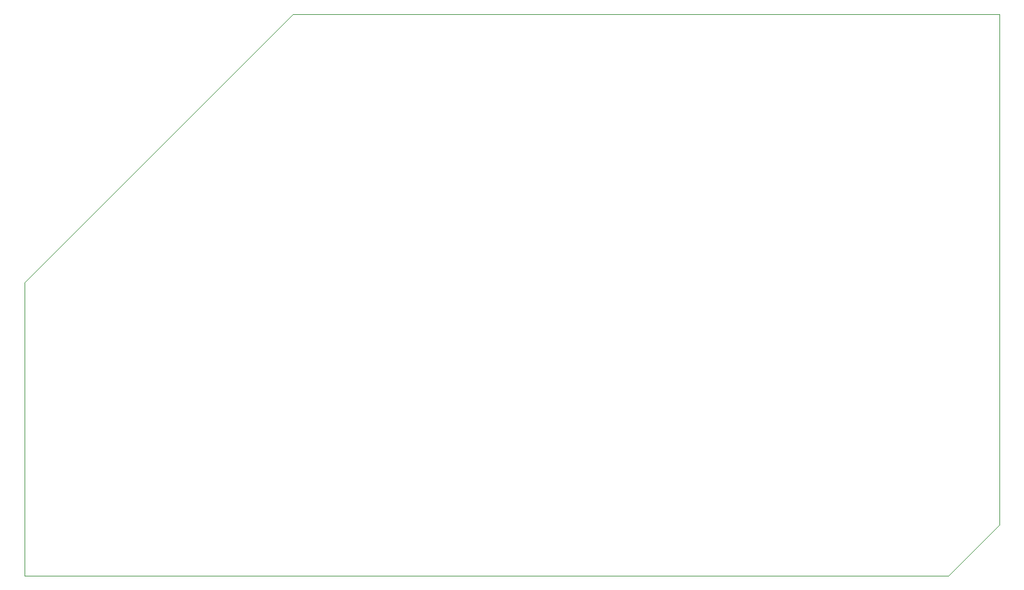
<source format=gbr>
%TF.GenerationSoftware,Altium Limited,Altium Designer,21.0.8 (223)*%
G04 Layer_Color=0*
%FSLAX26Y26*%
%MOIN*%
%TF.SameCoordinates,3528F89D-DF25-4B87-B81C-8702AA7ACEB5*%
%TF.FilePolarity,Positive*%
%TF.FileFunction,Profile,NP*%
%TF.Part,Single*%
G01*
G75*
%TA.AperFunction,Profile*%
%ADD104C,0.001000*%
D104*
X-2953Y-5906D02*
X4760826D01*
X5024606Y257874D01*
X5024606Y2891732D01*
X1379921D01*
X-2953Y1508858D01*
Y-5906D01*
%TF.MD5,8fce14feb8061eea5eff5da28cff5d89*%
M02*

</source>
